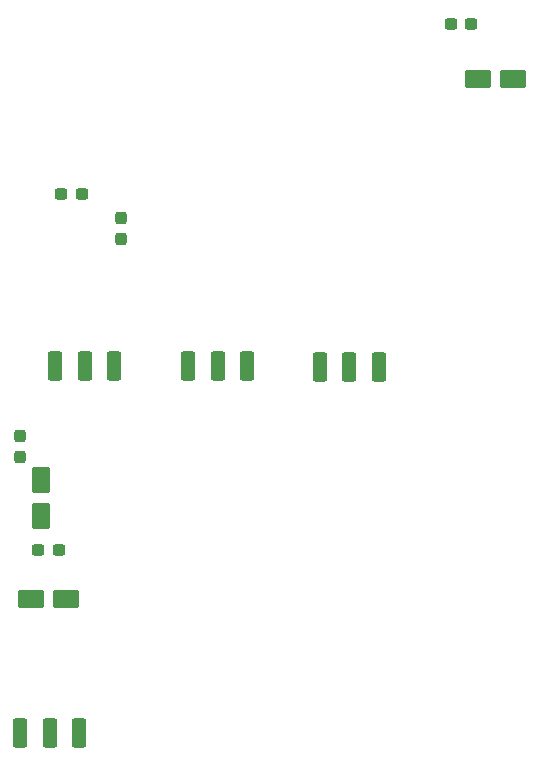
<source format=gtp>
G04 #@! TF.GenerationSoftware,KiCad,Pcbnew,9.0.4*
G04 #@! TF.CreationDate,2025-09-12T09:59:32-04:00*
G04 #@! TF.ProjectId,SBP_Routing_Board,5342505f-526f-4757-9469-6e675f426f61,rev?*
G04 #@! TF.SameCoordinates,Original*
G04 #@! TF.FileFunction,Paste,Top*
G04 #@! TF.FilePolarity,Positive*
%FSLAX46Y46*%
G04 Gerber Fmt 4.6, Leading zero omitted, Abs format (unit mm)*
G04 Created by KiCad (PCBNEW 9.0.4) date 2025-09-12 09:59:32*
%MOMM*%
%LPD*%
G01*
G04 APERTURE LIST*
G04 Aperture macros list*
%AMRoundRect*
0 Rectangle with rounded corners*
0 $1 Rounding radius*
0 $2 $3 $4 $5 $6 $7 $8 $9 X,Y pos of 4 corners*
0 Add a 4 corners polygon primitive as box body*
4,1,4,$2,$3,$4,$5,$6,$7,$8,$9,$2,$3,0*
0 Add four circle primitives for the rounded corners*
1,1,$1+$1,$2,$3*
1,1,$1+$1,$4,$5*
1,1,$1+$1,$6,$7*
1,1,$1+$1,$8,$9*
0 Add four rect primitives between the rounded corners*
20,1,$1+$1,$2,$3,$4,$5,0*
20,1,$1+$1,$4,$5,$6,$7,0*
20,1,$1+$1,$6,$7,$8,$9,0*
20,1,$1+$1,$8,$9,$2,$3,0*%
G04 Aperture macros list end*
%ADD10RoundRect,0.250000X-0.375000X-1.000000X0.375000X-1.000000X0.375000X1.000000X-0.375000X1.000000X0*%
%ADD11RoundRect,0.250000X-0.550000X0.850000X-0.550000X-0.850000X0.550000X-0.850000X0.550000X0.850000X0*%
%ADD12RoundRect,0.237500X0.300000X0.237500X-0.300000X0.237500X-0.300000X-0.237500X0.300000X-0.237500X0*%
%ADD13RoundRect,0.237500X0.237500X-0.300000X0.237500X0.300000X-0.237500X0.300000X-0.237500X-0.300000X0*%
%ADD14RoundRect,0.250000X0.850000X0.550000X-0.850000X0.550000X-0.850000X-0.550000X0.850000X-0.550000X0*%
%ADD15RoundRect,0.250000X-0.850000X-0.550000X0.850000X-0.550000X0.850000X0.550000X-0.850000X0.550000X0*%
%ADD16RoundRect,0.237500X-0.300000X-0.237500X0.300000X-0.237500X0.300000X0.237500X-0.300000X0.237500X0*%
%ADD17RoundRect,0.237500X-0.237500X0.300000X-0.237500X-0.300000X0.237500X-0.300000X0.237500X0.300000X0*%
G04 APERTURE END LIST*
D10*
X103900000Y-106200000D03*
X106400000Y-106200000D03*
X108900000Y-106200000D03*
D11*
X80300000Y-115800000D03*
X80300000Y-118800000D03*
D10*
X92760000Y-106130000D03*
X95260000Y-106130000D03*
X97760000Y-106130000D03*
D12*
X116712500Y-77150000D03*
X114987500Y-77150000D03*
D13*
X87050000Y-95362500D03*
X87050000Y-93637500D03*
D10*
X78550000Y-137200000D03*
X81050000Y-137200000D03*
X83550000Y-137200000D03*
D14*
X82450000Y-125850000D03*
X79450000Y-125850000D03*
D15*
X117300000Y-81800000D03*
X120300000Y-81800000D03*
D16*
X82037500Y-91550000D03*
X83762500Y-91550000D03*
D10*
X81500000Y-106130000D03*
X84000000Y-106130000D03*
X86500000Y-106130000D03*
D12*
X81812500Y-121700000D03*
X80087500Y-121700000D03*
D17*
X78500000Y-112087500D03*
X78500000Y-113812500D03*
M02*

</source>
